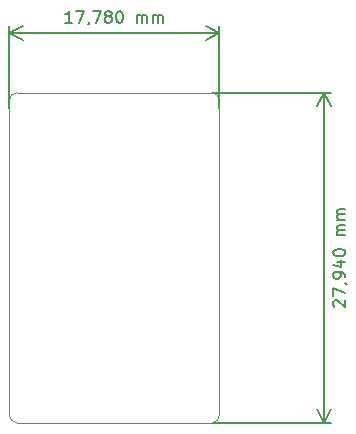
<source format=gbr>
%TF.GenerationSoftware,KiCad,Pcbnew,5.1.5+dfsg1-2~bpo10+1*%
%TF.CreationDate,Date%
%TF.ProjectId,ProMicro_BOOST,50726f4d-6963-4726-9f5f-424f4f53542e,v1.6*%
%TF.SameCoordinates,Original*%
%TF.FileFunction,OtherDrawing,Comment*%
%FSLAX45Y45*%
G04 Gerber Fmt 4.5, Leading zero omitted, Abs format (unit mm)*
G04 Created by KiCad*
%MOMM*%
%LPD*%
G04 APERTURE LIST*
%ADD10C,0.150000*%
%ADD11C,0.100000*%
G04 APERTURE END LIST*
D10*
X404857Y3259762D02*
X347714Y3259762D01*
X376286Y3259762D02*
X376286Y3359762D01*
X366762Y3345476D01*
X357238Y3335952D01*
X347714Y3331190D01*
X438190Y3359762D02*
X504857Y3359762D01*
X462000Y3259762D01*
X547714Y3264524D02*
X547714Y3259762D01*
X542952Y3250238D01*
X538190Y3245476D01*
X581048Y3359762D02*
X647714Y3359762D01*
X604857Y3259762D01*
X700095Y3316905D02*
X690571Y3321667D01*
X685810Y3326429D01*
X681048Y3335952D01*
X681048Y3340714D01*
X685810Y3350238D01*
X690571Y3355000D01*
X700095Y3359762D01*
X719143Y3359762D01*
X728667Y3355000D01*
X733428Y3350238D01*
X738190Y3340714D01*
X738190Y3335952D01*
X733428Y3326429D01*
X728667Y3321667D01*
X719143Y3316905D01*
X700095Y3316905D01*
X690571Y3312143D01*
X685810Y3307381D01*
X681048Y3297857D01*
X681048Y3278810D01*
X685810Y3269286D01*
X690571Y3264524D01*
X700095Y3259762D01*
X719143Y3259762D01*
X728667Y3264524D01*
X733428Y3269286D01*
X738190Y3278810D01*
X738190Y3297857D01*
X733428Y3307381D01*
X728667Y3312143D01*
X719143Y3316905D01*
X800095Y3359762D02*
X809619Y3359762D01*
X819143Y3355000D01*
X823905Y3350238D01*
X828667Y3340714D01*
X833428Y3321667D01*
X833428Y3297857D01*
X828667Y3278810D01*
X823905Y3269286D01*
X819143Y3264524D01*
X809619Y3259762D01*
X800095Y3259762D01*
X790571Y3264524D01*
X785809Y3269286D01*
X781048Y3278810D01*
X776286Y3297857D01*
X776286Y3321667D01*
X781048Y3340714D01*
X785809Y3350238D01*
X790571Y3355000D01*
X800095Y3359762D01*
X952476Y3259762D02*
X952476Y3326429D01*
X952476Y3316905D02*
X957238Y3321667D01*
X966762Y3326429D01*
X981048Y3326429D01*
X990571Y3321667D01*
X995333Y3312143D01*
X995333Y3259762D01*
X995333Y3312143D02*
X1000095Y3321667D01*
X1009619Y3326429D01*
X1023905Y3326429D01*
X1033428Y3321667D01*
X1038190Y3312143D01*
X1038190Y3259762D01*
X1085810Y3259762D02*
X1085810Y3326429D01*
X1085810Y3316905D02*
X1090571Y3321667D01*
X1100095Y3326429D01*
X1114381Y3326429D01*
X1123905Y3321667D01*
X1128667Y3312143D01*
X1128667Y3259762D01*
X1128667Y3312143D02*
X1133429Y3321667D01*
X1142952Y3326429D01*
X1157238Y3326429D01*
X1166762Y3321667D01*
X1171524Y3312143D01*
X1171524Y3259762D01*
X-127000Y3175000D02*
X1651000Y3175000D01*
X-127000Y2540000D02*
X-127000Y3233642D01*
X1651000Y2540000D02*
X1651000Y3233642D01*
X1651000Y3175000D02*
X1538350Y3116358D01*
X1651000Y3175000D02*
X1538350Y3233642D01*
X-127000Y3175000D02*
X-14350Y3116358D01*
X-127000Y3175000D02*
X-14350Y3233642D01*
D11*
X-127000Y-63500D02*
X-127000Y2603500D01*
D10*
X2624762Y855714D02*
X2620000Y860476D01*
X2615238Y870000D01*
X2615238Y893810D01*
X2620000Y903333D01*
X2624762Y908095D01*
X2634286Y912857D01*
X2643810Y912857D01*
X2658095Y908095D01*
X2715238Y850952D01*
X2715238Y912857D01*
X2615238Y946190D02*
X2615238Y1012857D01*
X2715238Y970000D01*
X2710476Y1055714D02*
X2715238Y1055714D01*
X2724762Y1050952D01*
X2729524Y1046190D01*
X2715238Y1103333D02*
X2715238Y1122381D01*
X2710476Y1131905D01*
X2705714Y1136667D01*
X2691429Y1146191D01*
X2672381Y1150952D01*
X2634286Y1150952D01*
X2624762Y1146191D01*
X2620000Y1141429D01*
X2615238Y1131905D01*
X2615238Y1112857D01*
X2620000Y1103333D01*
X2624762Y1098572D01*
X2634286Y1093810D01*
X2658095Y1093810D01*
X2667619Y1098572D01*
X2672381Y1103333D01*
X2677143Y1112857D01*
X2677143Y1131905D01*
X2672381Y1141429D01*
X2667619Y1146191D01*
X2658095Y1150952D01*
X2648571Y1236667D02*
X2715238Y1236667D01*
X2610476Y1212857D02*
X2681905Y1189048D01*
X2681905Y1250952D01*
X2615238Y1308095D02*
X2615238Y1317619D01*
X2620000Y1327143D01*
X2624762Y1331905D01*
X2634286Y1336667D01*
X2653333Y1341429D01*
X2677143Y1341429D01*
X2696190Y1336667D01*
X2705714Y1331905D01*
X2710476Y1327143D01*
X2715238Y1317619D01*
X2715238Y1308095D01*
X2710476Y1298572D01*
X2705714Y1293810D01*
X2696190Y1289048D01*
X2677143Y1284286D01*
X2653333Y1284286D01*
X2634286Y1289048D01*
X2624762Y1293810D01*
X2620000Y1298572D01*
X2615238Y1308095D01*
X2715238Y1460476D02*
X2648571Y1460476D01*
X2658095Y1460476D02*
X2653333Y1465238D01*
X2648571Y1474762D01*
X2648571Y1489048D01*
X2653333Y1498571D01*
X2662857Y1503333D01*
X2715238Y1503333D01*
X2662857Y1503333D02*
X2653333Y1508095D01*
X2648571Y1517619D01*
X2648571Y1531905D01*
X2653333Y1541429D01*
X2662857Y1546190D01*
X2715238Y1546190D01*
X2715238Y1593810D02*
X2648571Y1593810D01*
X2658095Y1593810D02*
X2653333Y1598571D01*
X2648571Y1608095D01*
X2648571Y1622381D01*
X2653333Y1631905D01*
X2662857Y1636667D01*
X2715238Y1636667D01*
X2662857Y1636667D02*
X2653333Y1641429D01*
X2648571Y1650952D01*
X2648571Y1665238D01*
X2653333Y1674762D01*
X2662857Y1679524D01*
X2715238Y1679524D01*
X2540000Y-127000D02*
X2540000Y2667000D01*
X1587500Y-127000D02*
X2598642Y-127000D01*
X1587500Y2667000D02*
X2598642Y2667000D01*
X2540000Y2667000D02*
X2598642Y2554350D01*
X2540000Y2667000D02*
X2481358Y2554350D01*
X2540000Y-127000D02*
X2598642Y-14350D01*
X2540000Y-127000D02*
X2481358Y-14350D01*
D11*
X1651000Y2603500D02*
X1651000Y-63500D01*
X1651000Y-63500D02*
G75*
G02X1587500Y-127000I-63500J0D01*
G01*
X-63500Y-127000D02*
G75*
G02X-127000Y-63500I0J63500D01*
G01*
X-127000Y2603500D02*
G75*
G02X-63500Y2667000I63500J0D01*
G01*
X1587500Y2667000D02*
G75*
G02X1651000Y2603500I0J-63500D01*
G01*
X1587500Y2667000D02*
X-63500Y2667000D01*
X-63500Y-127000D02*
X1587500Y-127000D01*
M02*

</source>
